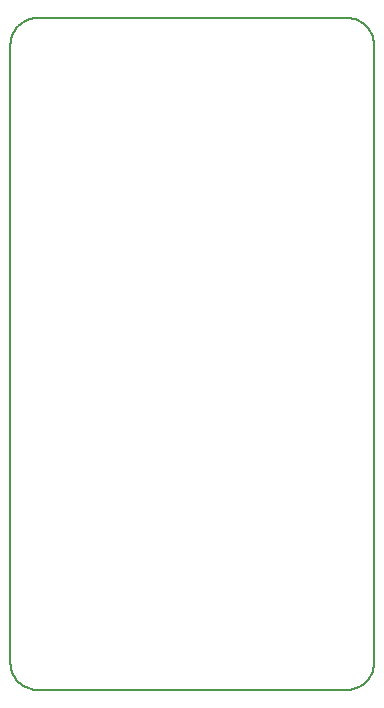
<source format=gko>
G04*
G04 #@! TF.GenerationSoftware,Altium Limited,Altium Designer,20.2.7 (254)*
G04*
G04 Layer_Color=16711935*
%FSLAX25Y25*%
%MOIN*%
G70*
G04*
G04 #@! TF.SameCoordinates,4998CC98-4955-4D50-BC1E-778ED6EA16F9*
G04*
G04*
G04 #@! TF.FilePolarity,Positive*
G04*
G01*
G75*
%ADD10C,0.00787*%
D10*
X0Y9055D02*
X57Y8041D01*
X227Y7040D01*
X508Y6064D01*
X897Y5126D01*
X1388Y4237D01*
X1976Y3409D01*
X2652Y2652D01*
X3409Y1976D01*
X4237Y1388D01*
X5126Y897D01*
X6064Y508D01*
X7040Y227D01*
X8041Y57D01*
X9055Y0D01*
X9055Y224016D02*
X8041Y223959D01*
X7040Y223789D01*
X6064Y223508D01*
X5126Y223119D01*
X4237Y222628D01*
X3409Y222040D01*
X2652Y221364D01*
X1976Y220606D01*
X1388Y219778D01*
X897Y218889D01*
X508Y217951D01*
X227Y216976D01*
X57Y215974D01*
X-0Y214961D01*
X121260D02*
X121203Y215974D01*
X121033Y216976D01*
X120752Y217951D01*
X120363Y218889D01*
X119872Y219778D01*
X119284Y220606D01*
X118608Y221364D01*
X117850Y222040D01*
X117022Y222628D01*
X116134Y223119D01*
X115196Y223508D01*
X114220Y223789D01*
X113219Y223959D01*
X112205Y224016D01*
X112205Y0D02*
X113219Y57D01*
X114220Y227D01*
X115196Y508D01*
X116134Y897D01*
X117022Y1388D01*
X117850Y1976D01*
X118608Y2652D01*
X119284Y3409D01*
X119872Y4237D01*
X120363Y5126D01*
X120752Y6064D01*
X121033Y7040D01*
X121203Y8041D01*
X121260Y9055D01*
X-0Y214961D02*
X0Y9055D01*
X9042Y224016D02*
X112205Y224016D01*
X121260Y214961D02*
X121260Y9055D01*
X9042Y0D02*
X112205Y0D01*
M02*

</source>
